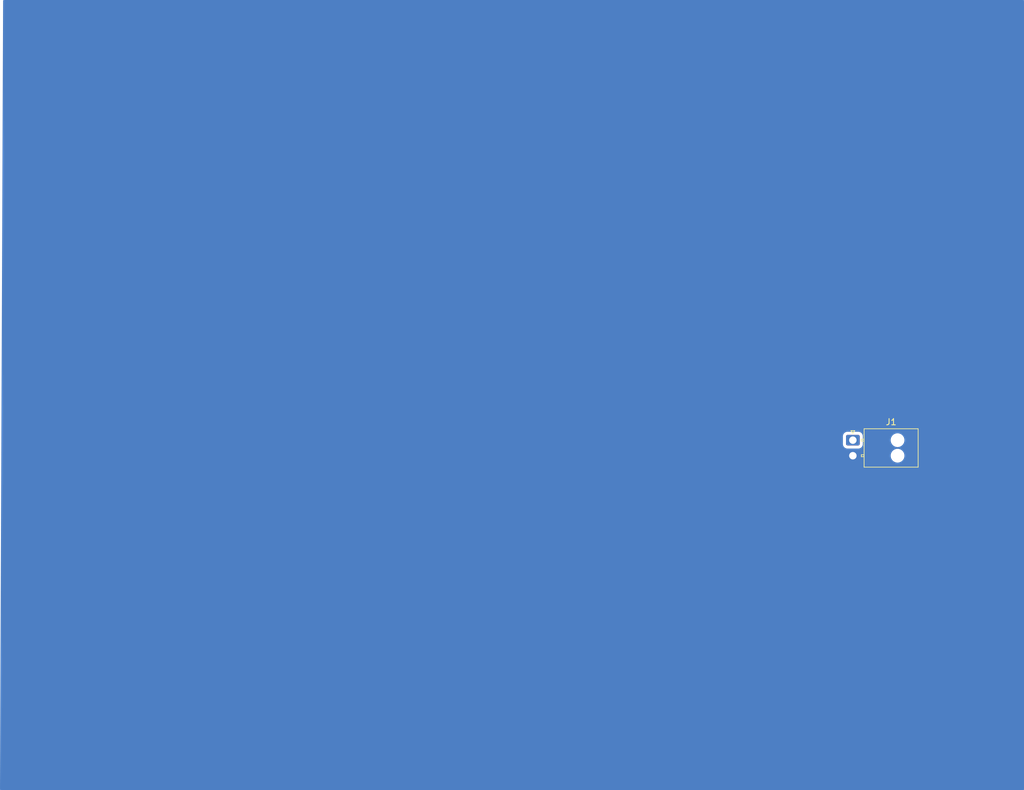
<source format=kicad_pcb>
(kicad_pcb (version 20241229) (generator "pcbnew") (generator_version "9.0")
  (layers (0 "F.Cu" signal) (2 "B.Cu" signal) (13 "F.Paste" user) (15 "B.Paste" user) (5 "F.SilkS" user "F.Silkscreen") (7 "B.SilkS" user "B.Silkscreen") (1 "F.Mask" user) (3 "B.Mask" user) (25 "Edge.Cuts" user))
  (net 0 "")
  (net 1 "GND")
  (net 2 "/Signal")
  (footprint "iclr:Molex_Nano-Fit_105313-xx02_1x02_P2.50mm_Horizontal" (layer "F.Cu") (at 172 115.25)
    (property "Reference" "J1" (at 6.15 -2.92 0) (layer "F.SilkS"))
    (property "Value" "Conn_Coaxial")
    (fp_line (start -0.3 -1.534264) (end 0 -1.11) (stroke (width 0.12)) (layer "F.SilkS"))
    (fp_line (start 0 -1.11) (end 0.3 -1.534264) (stroke (width 0.12)) (layer "F.SilkS"))
    (fp_line (start 0.3 -1.534264) (end -0.3 -1.534264) (stroke (width 0.12)) (layer "F.SilkS"))
    (fp_line (start 1.36 -0.15) (end 1.36 0.15) (stroke (width 0.12)) (layer "F.SilkS"))
    (fp_line (start 1.36 0.15) (end 1.81 0.15) (stroke (width 0.12)) (layer "F.SilkS"))
    (fp_line (start 1.36 2.35) (end 1.36 2.65) (stroke (width 0.12)) (layer "F.SilkS"))
    (fp_line (start 1.36 2.65) (end 1.81 2.65) (stroke (width 0.12)) (layer "F.SilkS"))
    (fp_line (start 1.81 -1.83) (end 1.81 4.33) (stroke (width 0.12)) (layer "F.SilkS"))
    (fp_line (start 1.81 -0.15) (end 1.36 -0.15) (stroke (width 0.12)) (layer "F.SilkS"))
    (fp_line (start 1.81 0.15) (end 1.81 -0.15) (stroke (width 0.12)) (layer "F.SilkS"))
    (fp_line (start 1.81 2.35) (end 1.36 2.35) (stroke (width 0.12)) (layer "F.SilkS"))
    (fp_line (start 1.81 2.65) (end 1.81 2.35) (stroke (width 0.12)) (layer "F.SilkS"))
    (fp_line (start 1.81 4.33) (end 10.49 4.33) (stroke (width 0.12)) (layer "F.SilkS"))
    (fp_line (start 10.49 -1.83) (end 1.81 -1.83) (stroke (width 0.12)) (layer "F.SilkS"))
    (fp_line (start 10.49 4.33) (end 10.49 -1.83) (stroke (width 0.12)) (layer "F.SilkS"))
    (pad "" np_thru_hole circle (at 7.18 0) (size 1.7 1.7) (drill 1.7) (layers "*.Cu" "*.Mask"))
    (pad "" np_thru_hole circle (at 7.18 2.5) (size 1.7 1.7) (drill 1.7) (layers "*.Cu" "*.Mask"))
    (pad "1" thru_hole roundrect (at 0 0) (size 2.2 1.7) (drill 1.2) (layers "*.Cu" "*.Mask") (roundrect_rratio 0.147059) (net 2 "/Signal"))
    (pad "2" thru_hole oval (at 0 2.5) (size 2.2 1.7) (drill 1.2) (layers "*.Cu" "*.Mask") (net 1 "GND"))
  )
  (zone (net 2) (net_name "/Signal") (layer "F.Cu") (connect_pads yes (clearance 0.5)) (min_thickness 0.25) (fill yes (thermal_gap 0.5) (thermal_bridge_width 0.5))
    (polygon (pts (xy 50 80) (xy 152.5 80) (xy 152.5 159.5) (xy 50 159.5)))
  )
  (zone (net 1) (net_name "GND") (layer "B.Cu") (priority 1) (connect_pads yes (clearance 0.5)) (min_thickness 0.25) (fill yes (thermal_gap 0.5) (thermal_bridge_width 0.5))
    (polygon (pts (xy 35.5 44.5) (xy 199.5 44.5) (xy 199.5 171.5) (xy 35 171.5)))
  )
)
</source>
